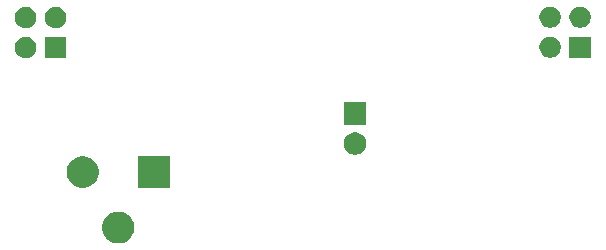
<source format=gbr>
G04 #@! TF.GenerationSoftware,KiCad,Pcbnew,5.1.5-52549c5~84~ubuntu18.04.1*
G04 #@! TF.CreationDate,2020-03-09T20:57:05+05:30*
G04 #@! TF.ProjectId,esdm,6573646d-2e6b-4696-9361-645f70636258,rev?*
G04 #@! TF.SameCoordinates,Original*
G04 #@! TF.FileFunction,Soldermask,Bot*
G04 #@! TF.FilePolarity,Negative*
%FSLAX46Y46*%
G04 Gerber Fmt 4.6, Leading zero omitted, Abs format (unit mm)*
G04 Created by KiCad (PCBNEW 5.1.5-52549c5~84~ubuntu18.04.1) date 2020-03-09 20:57:05*
%MOMM*%
%LPD*%
G04 APERTURE LIST*
%ADD10C,0.100000*%
G04 APERTURE END LIST*
D10*
G36*
X126774072Y-75750918D02*
G01*
X127019939Y-75852759D01*
X127241212Y-76000610D01*
X127429390Y-76188788D01*
X127577241Y-76410061D01*
X127679082Y-76655928D01*
X127731000Y-76916938D01*
X127731000Y-77183062D01*
X127679082Y-77444072D01*
X127577241Y-77689939D01*
X127429390Y-77911212D01*
X127241212Y-78099390D01*
X127019939Y-78247241D01*
X127019938Y-78247242D01*
X127019937Y-78247242D01*
X126774072Y-78349082D01*
X126513063Y-78401000D01*
X126246937Y-78401000D01*
X125985928Y-78349082D01*
X125740063Y-78247242D01*
X125740062Y-78247242D01*
X125740061Y-78247241D01*
X125518788Y-78099390D01*
X125330610Y-77911212D01*
X125182759Y-77689939D01*
X125080918Y-77444072D01*
X125029000Y-77183062D01*
X125029000Y-76916938D01*
X125080918Y-76655928D01*
X125182759Y-76410061D01*
X125330610Y-76188788D01*
X125518788Y-76000610D01*
X125740061Y-75852759D01*
X125985928Y-75750918D01*
X126246937Y-75699000D01*
X126513063Y-75699000D01*
X126774072Y-75750918D01*
G37*
G36*
X130731000Y-73701000D02*
G01*
X128029000Y-73701000D01*
X128029000Y-70999000D01*
X130731000Y-70999000D01*
X130731000Y-73701000D01*
G37*
G36*
X123774072Y-71050918D02*
G01*
X124019939Y-71152759D01*
X124241212Y-71300610D01*
X124429390Y-71488788D01*
X124577241Y-71710061D01*
X124679082Y-71955928D01*
X124731000Y-72216938D01*
X124731000Y-72483062D01*
X124679082Y-72744072D01*
X124577241Y-72989939D01*
X124429390Y-73211212D01*
X124241212Y-73399390D01*
X124019939Y-73547241D01*
X124019938Y-73547242D01*
X124019937Y-73547242D01*
X123774072Y-73649082D01*
X123513063Y-73701000D01*
X123246937Y-73701000D01*
X122985928Y-73649082D01*
X122740063Y-73547242D01*
X122740062Y-73547242D01*
X122740061Y-73547241D01*
X122518788Y-73399390D01*
X122330610Y-73211212D01*
X122182759Y-72989939D01*
X122080918Y-72744072D01*
X122029000Y-72483062D01*
X122029000Y-72216938D01*
X122080918Y-71955928D01*
X122182759Y-71710061D01*
X122330610Y-71488788D01*
X122518788Y-71300610D01*
X122740061Y-71152759D01*
X122985928Y-71050918D01*
X123246937Y-70999000D01*
X123513063Y-70999000D01*
X123774072Y-71050918D01*
G37*
G36*
X146687395Y-69035546D02*
G01*
X146860466Y-69107234D01*
X146860467Y-69107235D01*
X147016227Y-69211310D01*
X147148690Y-69343773D01*
X147148691Y-69343775D01*
X147252766Y-69499534D01*
X147324454Y-69672605D01*
X147361000Y-69856333D01*
X147361000Y-70043667D01*
X147324454Y-70227395D01*
X147252766Y-70400466D01*
X147252765Y-70400467D01*
X147148690Y-70556227D01*
X147016227Y-70688690D01*
X146937818Y-70741081D01*
X146860466Y-70792766D01*
X146687395Y-70864454D01*
X146503667Y-70901000D01*
X146316333Y-70901000D01*
X146132605Y-70864454D01*
X145959534Y-70792766D01*
X145882182Y-70741081D01*
X145803773Y-70688690D01*
X145671310Y-70556227D01*
X145567235Y-70400467D01*
X145567234Y-70400466D01*
X145495546Y-70227395D01*
X145459000Y-70043667D01*
X145459000Y-69856333D01*
X145495546Y-69672605D01*
X145567234Y-69499534D01*
X145671309Y-69343775D01*
X145671310Y-69343773D01*
X145803773Y-69211310D01*
X145959533Y-69107235D01*
X145959534Y-69107234D01*
X146132605Y-69035546D01*
X146316333Y-68999000D01*
X146503667Y-68999000D01*
X146687395Y-69035546D01*
G37*
G36*
X147361000Y-68361000D02*
G01*
X145459000Y-68361000D01*
X145459000Y-66459000D01*
X147361000Y-66459000D01*
X147361000Y-68361000D01*
G37*
G36*
X121981000Y-62711000D02*
G01*
X120179000Y-62711000D01*
X120179000Y-60909000D01*
X121981000Y-60909000D01*
X121981000Y-62711000D01*
G37*
G36*
X118653512Y-60913927D02*
G01*
X118802812Y-60943624D01*
X118966784Y-61011544D01*
X119114354Y-61110147D01*
X119239853Y-61235646D01*
X119338456Y-61383216D01*
X119406376Y-61547188D01*
X119441000Y-61721259D01*
X119441000Y-61898741D01*
X119406376Y-62072812D01*
X119338456Y-62236784D01*
X119239853Y-62384354D01*
X119114354Y-62509853D01*
X118966784Y-62608456D01*
X118802812Y-62676376D01*
X118653512Y-62706073D01*
X118628742Y-62711000D01*
X118451258Y-62711000D01*
X118426488Y-62706073D01*
X118277188Y-62676376D01*
X118113216Y-62608456D01*
X117965646Y-62509853D01*
X117840147Y-62384354D01*
X117741544Y-62236784D01*
X117673624Y-62072812D01*
X117639000Y-61898741D01*
X117639000Y-61721259D01*
X117673624Y-61547188D01*
X117741544Y-61383216D01*
X117840147Y-61235646D01*
X117965646Y-61110147D01*
X118113216Y-61011544D01*
X118277188Y-60943624D01*
X118426488Y-60913927D01*
X118451258Y-60909000D01*
X118628742Y-60909000D01*
X118653512Y-60913927D01*
G37*
G36*
X163053512Y-60893927D02*
G01*
X163202812Y-60923624D01*
X163366784Y-60991544D01*
X163514354Y-61090147D01*
X163639853Y-61215646D01*
X163738456Y-61363216D01*
X163806376Y-61527188D01*
X163841000Y-61701259D01*
X163841000Y-61878741D01*
X163806376Y-62052812D01*
X163738456Y-62216784D01*
X163639853Y-62364354D01*
X163514354Y-62489853D01*
X163366784Y-62588456D01*
X163202812Y-62656376D01*
X163053512Y-62686073D01*
X163028742Y-62691000D01*
X162851258Y-62691000D01*
X162826488Y-62686073D01*
X162677188Y-62656376D01*
X162513216Y-62588456D01*
X162365646Y-62489853D01*
X162240147Y-62364354D01*
X162141544Y-62216784D01*
X162073624Y-62052812D01*
X162039000Y-61878741D01*
X162039000Y-61701259D01*
X162073624Y-61527188D01*
X162141544Y-61363216D01*
X162240147Y-61215646D01*
X162365646Y-61090147D01*
X162513216Y-60991544D01*
X162677188Y-60923624D01*
X162826488Y-60893927D01*
X162851258Y-60889000D01*
X163028742Y-60889000D01*
X163053512Y-60893927D01*
G37*
G36*
X166381000Y-62691000D02*
G01*
X164579000Y-62691000D01*
X164579000Y-60889000D01*
X166381000Y-60889000D01*
X166381000Y-62691000D01*
G37*
G36*
X118653512Y-58373927D02*
G01*
X118802812Y-58403624D01*
X118966784Y-58471544D01*
X119114354Y-58570147D01*
X119239853Y-58695646D01*
X119338456Y-58843216D01*
X119406376Y-59007188D01*
X119441000Y-59181259D01*
X119441000Y-59358741D01*
X119406376Y-59532812D01*
X119338456Y-59696784D01*
X119239853Y-59844354D01*
X119114354Y-59969853D01*
X118966784Y-60068456D01*
X118802812Y-60136376D01*
X118653512Y-60166073D01*
X118628742Y-60171000D01*
X118451258Y-60171000D01*
X118426488Y-60166073D01*
X118277188Y-60136376D01*
X118113216Y-60068456D01*
X117965646Y-59969853D01*
X117840147Y-59844354D01*
X117741544Y-59696784D01*
X117673624Y-59532812D01*
X117639000Y-59358741D01*
X117639000Y-59181259D01*
X117673624Y-59007188D01*
X117741544Y-58843216D01*
X117840147Y-58695646D01*
X117965646Y-58570147D01*
X118113216Y-58471544D01*
X118277188Y-58403624D01*
X118426488Y-58373927D01*
X118451258Y-58369000D01*
X118628742Y-58369000D01*
X118653512Y-58373927D01*
G37*
G36*
X121193512Y-58373927D02*
G01*
X121342812Y-58403624D01*
X121506784Y-58471544D01*
X121654354Y-58570147D01*
X121779853Y-58695646D01*
X121878456Y-58843216D01*
X121946376Y-59007188D01*
X121981000Y-59181259D01*
X121981000Y-59358741D01*
X121946376Y-59532812D01*
X121878456Y-59696784D01*
X121779853Y-59844354D01*
X121654354Y-59969853D01*
X121506784Y-60068456D01*
X121342812Y-60136376D01*
X121193512Y-60166073D01*
X121168742Y-60171000D01*
X120991258Y-60171000D01*
X120966488Y-60166073D01*
X120817188Y-60136376D01*
X120653216Y-60068456D01*
X120505646Y-59969853D01*
X120380147Y-59844354D01*
X120281544Y-59696784D01*
X120213624Y-59532812D01*
X120179000Y-59358741D01*
X120179000Y-59181259D01*
X120213624Y-59007188D01*
X120281544Y-58843216D01*
X120380147Y-58695646D01*
X120505646Y-58570147D01*
X120653216Y-58471544D01*
X120817188Y-58403624D01*
X120966488Y-58373927D01*
X120991258Y-58369000D01*
X121168742Y-58369000D01*
X121193512Y-58373927D01*
G37*
G36*
X163053512Y-58353927D02*
G01*
X163202812Y-58383624D01*
X163366784Y-58451544D01*
X163514354Y-58550147D01*
X163639853Y-58675646D01*
X163738456Y-58823216D01*
X163806376Y-58987188D01*
X163841000Y-59161259D01*
X163841000Y-59338741D01*
X163806376Y-59512812D01*
X163738456Y-59676784D01*
X163639853Y-59824354D01*
X163514354Y-59949853D01*
X163366784Y-60048456D01*
X163202812Y-60116376D01*
X163053512Y-60146073D01*
X163028742Y-60151000D01*
X162851258Y-60151000D01*
X162826488Y-60146073D01*
X162677188Y-60116376D01*
X162513216Y-60048456D01*
X162365646Y-59949853D01*
X162240147Y-59824354D01*
X162141544Y-59676784D01*
X162073624Y-59512812D01*
X162039000Y-59338741D01*
X162039000Y-59161259D01*
X162073624Y-58987188D01*
X162141544Y-58823216D01*
X162240147Y-58675646D01*
X162365646Y-58550147D01*
X162513216Y-58451544D01*
X162677188Y-58383624D01*
X162826488Y-58353927D01*
X162851258Y-58349000D01*
X163028742Y-58349000D01*
X163053512Y-58353927D01*
G37*
G36*
X165593512Y-58353927D02*
G01*
X165742812Y-58383624D01*
X165906784Y-58451544D01*
X166054354Y-58550147D01*
X166179853Y-58675646D01*
X166278456Y-58823216D01*
X166346376Y-58987188D01*
X166381000Y-59161259D01*
X166381000Y-59338741D01*
X166346376Y-59512812D01*
X166278456Y-59676784D01*
X166179853Y-59824354D01*
X166054354Y-59949853D01*
X165906784Y-60048456D01*
X165742812Y-60116376D01*
X165593512Y-60146073D01*
X165568742Y-60151000D01*
X165391258Y-60151000D01*
X165366488Y-60146073D01*
X165217188Y-60116376D01*
X165053216Y-60048456D01*
X164905646Y-59949853D01*
X164780147Y-59824354D01*
X164681544Y-59676784D01*
X164613624Y-59512812D01*
X164579000Y-59338741D01*
X164579000Y-59161259D01*
X164613624Y-58987188D01*
X164681544Y-58823216D01*
X164780147Y-58675646D01*
X164905646Y-58550147D01*
X165053216Y-58451544D01*
X165217188Y-58383624D01*
X165366488Y-58353927D01*
X165391258Y-58349000D01*
X165568742Y-58349000D01*
X165593512Y-58353927D01*
G37*
M02*

</source>
